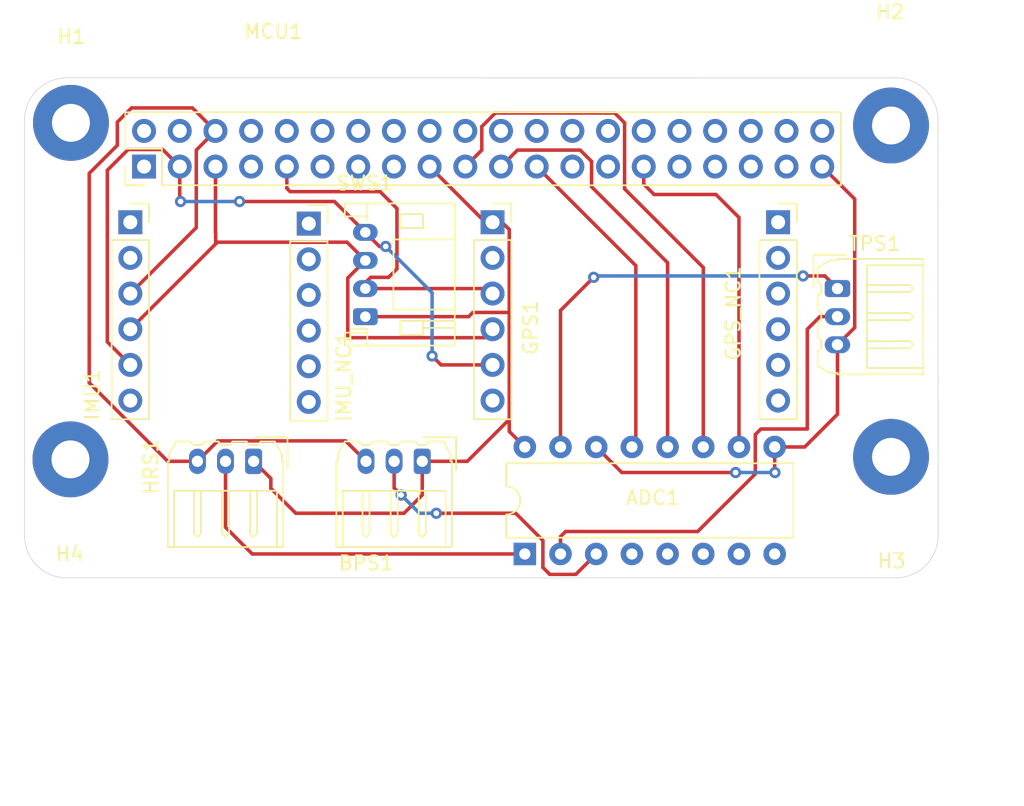
<source format=kicad_pcb>
(kicad_pcb (version 20211014) (generator pcbnew)
  (layers (0 "F.Cu" signal) (31 "B.Cu" signal) (34 "B.Paste" user) (35 "F.Paste" user) (36 "B.SilkS" user "B.Silkscreen") (37 "F.SilkS" user "F.Silkscreen") (38 "B.Mask" user) (39 "F.Mask" user) (44 "Edge.Cuts" user))
  (net 0 "")
  (net 1 "Net-(ADC1-Pad1)")
  (net 2 "Net-(ADC1-Pad2)")
  (net 3 "Net-(ADC1-Pad3)")
  (net 9 "GND")
  (net 10 "Net-(ADC1-Pad10)")
  (net 11 "Net-(ADC1-Pad11)")
  (net 12 "Net-(ADC1-Pad12)")
  (net 13 "Net-(ADC1-Pad13)")
  (net 14 "+3V3")
  (net 16 "Net-(GPS1-Pad4)")
  (net 17 "Net-(GPS1-Pad5)")
  (net 33 "+5V")
  (footprint "MountingHole:MountingHole_2.7mm_M2.5_Pad" (layer "F.Cu") (at 123.2662 107.1626)
    (fp_text reference "H4" (at -0.0662 6.7374) (layer "F.SilkS"))
    (fp_text value "MountingHole")
    (pad "1" thru_hole circle (at 0 0) (size 5.4 5.4) (drill 2.7) (layers *.Cu *.Mask))
  )
  (footprint "Connector_Molex:Molex_Micro-Latch_53254-0370_1x03_P2.00mm_Horizontal" (layer "F.Cu") (at 136.3 107.3 180)
    (fp_text reference "HRS1" (at 7.3 -0.4 90) (layer "F.SilkS"))
    (fp_text value "Conn_01x03_Female")
    (fp_line (start 3.7 1.16) (end 4.3 1.16) (layer "F.SilkS") (width 0.12))
    (fp_line (start -1.66 -2.1) (end 5.66 -2.1) (layer "F.SilkS") (width 0.12))
    (fp_line (start -2.11 -6.11) (end 2 -6.11) (layer "F.SilkS") (width 0.12))
    (fp_line (start -0.25 -5.15) (end 0 -5.4) (layer "F.SilkS") (width 0.12))
    (fp_line (start -2.01 0) (end -2.11 0) (layer "F.SilkS") (width 0.12))
    (fp_line (start 3.75 -5.15) (end 4 -5.4) (layer "F.SilkS") (width 0.12))
    (fp_line (start 1.5 1.41) (end 1.7 1.16) (layer "F.SilkS") (width 0.12))
    (fp_line (start 0.25 -5.15) (end 0.25 -2.1) (layer "F.SilkS") (width 0.12))
    (fp_line (start 3.5 1.41) (end 3.7 1.16) (layer "F.SilkS") (width 0.12))
    (fp_line (start -1.51 1.41) (end -2.01 0.5) (layer "F.SilkS") (width 0.12))
    (fp_line (start 0 -5.4) (end 0.25 -5.15) (layer "F.SilkS") (width 0.12))
    (fp_line (start 6.11 -6.11) (end 2 -6.11) (layer "F.SilkS") (width 0.12))
    (fp_line (start 2 -5.4) (end 2.25 -5.15) (layer "F.SilkS") (width 0.12))
    (fp_line (start 6.11 0) (end 6.11 -6.11) (layer "F.SilkS") (width 0.12))
    (fp_line (start 5.66 -2.1) (end 5.66 -6.11) (layer "F.SilkS") (width 0.12))
    (fp_line (start -0.3 1.16) (end 0.3 1.16) (layer "F.SilkS") (width 0.12))
    (fp_line (start -2.01 0.5) (end -2.01 0) (layer "F.SilkS") (width 0.12))
    (fp_line (start 1.75 -2.1) (end 1.75 -5.15) (layer "F.SilkS") (width 0.12))
    (fp_line (start 4.5 1.41) (end 5.51 1.41) (layer "F.SilkS") (width 0.12))
    (fp_line (start 2.3 1.16) (end 2.5 1.41) (layer "F.SilkS") (width 0.12))
    (fp_line (start 0.3 1.16) (end 0.5 1.41) (layer "F.SilkS") (width 0.12))
    (fp_line (start 3.75 -2.1) (end 3.75 -5.15) (layer "F.SilkS") (width 0.12))
    (fp_line (start -0.5 1.41) (end -1.51 1.41) (layer "F.SilkS") (width 0.12))
    (fp_line (start -2.41 1.71) (end -2.41 -0.59) (layer "F.SilkS") (width 0.12))
    (fp_line (start 0.5 1.41) (end 1.5 1.41) (layer "F.SilkS") (width 0.12))
    (fp_line (start 6.01 0.5) (end 6.01 0) (layer "F.SilkS") (width 0.12))
    (fp_line (start 2.25 -5.15) (end 2.25 -2.1) (layer "F.SilkS") (width 0.12))
    (fp_line (start 4.25 -5.15) (end 4.25 -2.1) (layer "F.SilkS") (width 0.12))
    (fp_line (start 2.5 1.41) (end 3.5 1.41) (layer "F.SilkS") (width 0.12))
    (fp_line (start -0.11 1.71) (end -2.41 1.71) (layer "F.SilkS") (width 0.12))
    (fp_line (start 1.7 1.16) (end 2.3 1.16) (layer "F.SilkS") (width 0.12))
    (fp_line (start 4 -5.4) (end 4.25 -5.15) (layer "F.SilkS") (width 0.12))
    (fp_line (start -2.11 0) (end -2.11 -6.11) (layer "F.SilkS") (width 0.12))
    (fp_line (start -1.66 -6.11) (end -1.66 -2.1) (layer "F.SilkS") (width 0.12))
    (fp_line (start 6.01 0) (end 6.11 0) (layer "F.SilkS") (width 0.12))
    (fp_line (start 5.51 1.41) (end 6.01 0.5) (layer "F.SilkS") (width 0.12))
    (fp_line (start -0.25 -2.1) (end -0.25 -5.15) (layer "F.SilkS") (width 0.12))
    (fp_line (start 1.75 -5.15) (end 2 -5.4) (layer "F.SilkS") (width 0.12))
    (fp_line (start -0.3 1.16) (end -0.5 1.41) (layer "F.SilkS") (width 0.12))
    (fp_line (start 4.3 1.16) (end 4.5 1.41) (layer "F.SilkS") (width 0.12))
    (pad "1" thru_hole roundrect (at 0 0 180) (size 1.2 1.8) (drill 0.8) (layers *.Cu *.Mask) (roundrect_rratio 0.208333) (net 14 "+3V3"))
    (pad "2" thru_hole oval (at 2 0 180) (size 1.2 1.8) (drill 0.8) (layers *.Cu *.Mask) (net 1 "Net-(ADC1-Pad1)"))
    (pad "3" thru_hole oval (at 4 0 180) (size 1.2 1.8) (drill 0.8) (layers *.Cu *.Mask) (net 9 "GND"))
  )
  (footprint "Connector_PinSocket_2.54mm:PinSocket_1x06_P2.54mm_Vertical" (layer "F.Cu") (at 173.625 90.275)
    (fp_text reference "GPS_NC1" (at -3.2 6.5 90) (layer "F.SilkS"))
    (fp_text value "Conn_01x06_Female")
    (fp_line (start 1.33 1.27) (end 1.33 14.03) (layer "F.SilkS") (width 0.12))
    (fp_line (start 0 -1.33) (end 1.33 -1.33) (layer "F.SilkS") (width 0.12))
    (fp_line (start -1.33 1.27) (end 1.33 1.27) (layer "F.SilkS") (width 0.12))
    (fp_line (start -1.33 1.27) (end -1.33 14.03) (layer "F.SilkS") (width 0.12))
    (fp_line (start -1.33 14.03) (end 1.33 14.03) (layer "F.SilkS") (width 0.12))
    (fp_line (start 1.33 -1.33) (end 1.33 0) (layer "F.SilkS") (width 0.12))
    (pad "1" thru_hole rect (at 0 0) (size 1.7 1.7) (drill 1) (layers *.Cu *.Mask))
    (pad "2" thru_hole oval (at 0 2.54) (size 1.7 1.7) (drill 1) (layers *.Cu *.Mask))
    (pad "3" thru_hole oval (at 0 5.08) (size 1.7 1.7) (drill 1) (layers *.Cu *.Mask))
    (pad "4" thru_hole oval (at 0 7.62) (size 1.7 1.7) (drill 1) (layers *.Cu *.Mask))
    (pad "5" thru_hole oval (at 0 10.16) (size 1.7 1.7) (drill 1) (layers *.Cu *.Mask))
    (pad "6" thru_hole oval (at 0 12.7) (size 1.7 1.7) (drill 1) (layers *.Cu *.Mask))
  )
  (footprint "Connector_PinSocket_2.54mm:PinSocket_1x06_P2.54mm_Vertical" (layer "F.Cu") (at 127.525 90.275)
    (fp_text reference "IMU1" (at -2.7 12.3 90) (layer "F.SilkS"))
    (fp_text value "Conn_01x06_Female")
    (fp_line (start 1.33 -1.33) (end 1.33 0) (layer "F.SilkS") (width 0.12))
    (fp_line (start -1.33 14.03) (end 1.33 14.03) (layer "F.SilkS") (width 0.12))
    (fp_line (start 1.33 1.27) (end 1.33 14.03) (layer "F.SilkS") (width 0.12))
    (fp_line (start -1.33 1.27) (end -1.33 14.03) (layer "F.SilkS") (width 0.12))
    (fp_line (start 0 -1.33) (end 1.33 -1.33) (layer "F.SilkS") (width 0.12))
    (fp_line (start -1.33 1.27) (end 1.33 1.27) (layer "F.SilkS") (width 0.12))
    (pad "1" thru_hole rect (at 0 0) (size 1.7 1.7) (drill 1) (layers *.Cu *.Mask) (net 14 "+3V3"))
    (pad "2" thru_hole oval (at 0 2.54) (size 1.7 1.7) (drill 1) (layers *.Cu *.Mask))
    (pad "3" thru_hole oval (at 0 5.08) (size 1.7 1.7) (drill 1) (layers *.Cu *.Mask) (net 9 "GND"))
    (pad "4" thru_hole oval (at 0 7.62) (size 1.7 1.7) (drill 1) (layers *.Cu *.Mask) (net 16 "Net-(GPS1-Pad4)"))
    (pad "5" thru_hole oval (at 0 10.16) (size 1.7 1.7) (drill 1) (layers *.Cu *.Mask) (net 17 "Net-(GPS1-Pad5)"))
    (pad "6" thru_hole oval (at 0 12.7) (size 1.7 1.7) (drill 1) (layers *.Cu *.Mask))
  )
  (footprint "MountingHole:MountingHole_2.7mm_M2.5_Pad" (layer "F.Cu") (at 181.6608 106.9848)
    (fp_text reference "H3" (at 0.0392 7.4152) (layer "F.SilkS"))
    (fp_text value "MountingHole")
    (pad "1" thru_hole circle (at 0 0) (size 5.4 5.4) (drill 2.7) (layers *.Cu *.Mask))
  )
  (footprint "Connector_PinHeader_2.54mm:PinHeader_2x20_P2.54mm_Vertical" (layer "F.Cu") (at 128.5036 86.3142 90)
    (fp_text reference "MCU1" (at 9.6142 9.1964 180) (layer "F.SilkS"))
    (fp_text value "Raspberry_Pi_0_W")
    (fp_line (start 1.27 1.27) (end 1.27 -1.33) (layer "F.SilkS") (width 0.12))
    (fp_line (start 3.87 -1.33) (end 3.87 49.59) (layer "F.SilkS") (width 0.12))
    (fp_line (start -1.33 -1.33) (end 0 -1.33) (layer "F.SilkS") (width 0.12))
    (fp_line (start -1.33 1.27) (end 1.27 1.27) (layer "F.SilkS") (width 0.12))
    (fp_line (start -1.33 1.27) (end -1.33 49.59) (layer "F.SilkS") (width 0.12))
    (fp_line (start -1.33 0) (end -1.33 -1.33) (layer "F.SilkS") (width 0.12))
    (fp_line (start -1.33 49.59) (end 3.87 49.59) (layer "F.SilkS") (width 0.12))
    (fp_line (start 1.27 -1.33) (end 3.87 -1.33) (layer "F.SilkS") (width 0.12))
    (pad "1" thru_hole rect (at 0 0 90) (size 1.7 1.7) (drill 1) (layers *.Cu *.Mask))
    (pad "2" thru_hole oval (at 2.54 0 90) (size 1.7 1.7) (drill 1) (layers *.Cu *.Mask) (net 33 "+5V"))
    (pad "3" thru_hole oval (at 0 2.54 90) (size 1.7 1.7) (drill 1) (layers *.Cu *.Mask) (net 17 "Net-(GPS1-Pad5)"))
    (pad "4" thru_hole oval (at 2.54 2.54 90) (size 1.7 1.7) (drill 1) (layers *.Cu *.Mask))
    (pad "5" thru_hole oval (at 0 5.08 90) (size 1.7 1.7) (drill 1) (layers *.Cu *.Mask) (net 16 "Net-(GPS1-Pad4)"))
    (pad "6" thru_hole oval (at 2.54 5.08 90) (size 1.7 1.7) (drill 1) (layers *.Cu *.Mask) (net 9 "GND"))
    (pad "7" thru_hole oval (at 0 7.62 90) (size 1.7 1.7) (drill 1) (layers *.Cu *.Mask))
    (pad "8" thru_hole oval (at 2.54 7.62 90) (size 1.7 1.7) (drill 1) (layers *.Cu *.Mask))
    (pad "9" thru_hole oval (at 0 10.16 90) (size 1.7 1.7) (drill 1) (layers *.Cu *.Mask) (net 9 "GND"))
    (pad "10" thru_hole oval (at 2.54 10.16 90) (size 1.7 1.7) (drill 1) (layers *.Cu *.Mask))
    (pad "11" thru_hole oval (at 0 12.7 90) (size 1.7 1.7) (drill 1) (layers *.Cu *.Mask))
    (pad "12" thru_hole oval (at 2.54 12.7 90) (size 1.7 1.7) (drill 1) (layers *.Cu *.Mask))
    (pad "13" thru_hole oval (at 0 15.24 90) (size 1.7 1.7) (drill 1) (layers *.Cu *.Mask))
    (pad "14" thru_hole oval (at 2.54 15.24 90) (size 1.7 1.7) (drill 1) (layers *.Cu *.Mask) (net 9 "GND"))
    (pad "15" thru_hole oval (at 0 17.78 90) (size 1.7 1.7) (drill 1) (layers *.Cu *.Mask))
    (pad "16" thru_hole oval (at 2.54 17.78 90) (size 1.7 1.7) (drill 1) (layers *.Cu *.Mask))
    (pad "17" thru_hole oval (at 0 20.32 90) (size 1.7 1.7) (drill 1) (layers *.Cu *.Mask) (net 14 "+3V3"))
    (pad "18" thru_hole oval (at 2.54 20.32 90) (size 1.7 1.7) (drill 1) (layers *.Cu *.Mask))
    (pad "19" thru_hole oval (at 0 22.86 90) (size 1.7 1.7) (drill 1) (layers *.Cu *.Mask) (net 11 "Net-(ADC1-Pad11)"))
    (pad "20" thru_hole oval (at 2.54 22.86 90) (size 1.7 1.7) (drill 1) (layers *.Cu *.Mask) (net 9 "GND"))
    (pad "21" thru_hole oval (at 0 25.4 90) (size 1.7 1.7) (drill 1) (layers *.Cu *.Mask) (net 12 "Net-(ADC1-Pad12)"))
    (pad "22" thru_hole oval (at 2.54 25.4 90) (size 1.7 1.7) (drill 1) (layers *.Cu *.Mask))
    (pad "23" thru_hole oval (at 0 27.94 90) (size 1.7 1.7) (drill 1) (layers *.Cu *.Mask) (net 13 "Net-(ADC1-Pad13)"))
    (pad "24" thru_hole oval (at 2.54 27.94 90) (size 1.7 1.7) (drill 1) (layers *.Cu *.Mask))
    (pad "25" thru_hole oval (at 0 30.48 90) (size 1.7 1.7) (drill 1) (layers *.Cu *.Mask) (net 9 "GND"))
    (pad "26" thru_hole oval (at 2.54 30.48 90) (size 1.7 1.7) (drill 1) (layers *.Cu *.Mask))
    (pad "27" thru_hole oval (at 0 33.02 90) (size 1.7 1.7) (drill 1) (layers *.Cu *.Mask))
    (pad "28" thru_hole oval (at 2.54 33.02 90) (size 1.7 1.7) (drill 1) (layers *.Cu *.Mask))
    (pad "29" thru_hole oval (at 0 35.56 90) (size 1.7 1.7) (drill 1) (layers *.Cu *.Mask) (net 10 "Net-(ADC1-Pad10)"))
    (pad "30" thru_hole oval (at 2.54 35.56 90) (size 1.7 1.7) (drill 1) (layers *.Cu *.Mask) (net 9 "GND"))
    (pad "31" thru_hole oval (at 0 38.1 90) (size 1.7 1.7) (drill 1) (layers *.Cu *.Mask))
    (pad "32" thru_hole oval (at 2.54 38.1 90) (size 1.7 1.7) (drill 1) (layers *.Cu *.Mask))
    (pad "33" thru_hole oval (at 0 40.64 90) (size 1.7 1.7) (drill 1) (layers *.Cu *.Mask))
    (pad "34" thru_hole oval (at 2.54 40.64 90) (size 1.7 1.7) (drill 1) (layers *.Cu *.Mask) (net 9 "GND"))
    (pad "35" thru_hole oval (at 0 43.18 90) (size 1.7 1.7) (drill 1) (layers *.Cu *.Mask))
    (pad "36" thru_hole oval (at 2.54 43.18 90) (size 1.7 1.7) (drill 1) (layers *.Cu *.Mask))
    (pad "37" thru_hole oval (at 0 45.72 90) (size 1.7 1.7) (drill 1) (layers *.Cu *.Mask))
    (pad "38" thru_hole oval (at 2.54 45.72 90) (size 1.7 1.7) (drill 1) (layers *.Cu *.Mask))
    (pad "39" thru_hole oval (at 0 48.26 90) (size 1.7 1.7) (drill 1) (layers *.Cu *.Mask) (net 9 "GND"))
    (pad "40" thru_hole oval (at 2.54 48.26 90) (size 1.7 1.7) (drill 1) (layers *.Cu *.Mask))
  )
  (footprint "MountingHole:MountingHole_2.7mm_M2.5_Pad" (layer "F.Cu") (at 123.3 83.2)
    (fp_text reference "H1" (at 0.029 -6.1406) (layer "F.SilkS"))
    (fp_text value "MountingHole")
    (pad "1" thru_hole circle (at 0 0) (size 5.4 5.4) (drill 2.7) (layers *.Cu *.Mask))
  )
  (footprint "Connector_Molex:Molex_Micro-Latch_53254-0370_1x03_P2.00mm_Horizontal" (layer "F.Cu") (at 177.85 95 -90)
    (fp_text reference "TPS1" (at -3.2 -2.65 -180) (layer "F.SilkS"))
    (fp_text value "Conn_01x03_Female")
    (fp_line (start 3.75 -2.1) (end 3.75 -5.15) (layer "F.SilkS") (width 0.12))
    (fp_line (start 0.5 1.41) (end 1.5 1.41) (layer "F.SilkS") (width 0.12))
    (fp_line (start 3.5 1.41) (end 3.7 1.16) (layer "F.SilkS") (width 0.12))
    (fp_line (start 6.01 0) (end 6.11 0) (layer "F.SilkS") (width 0.12))
    (fp_line (start -0.11 1.71) (end -2.41 1.71) (layer "F.SilkS") (width 0.12))
    (fp_line (start 4.25 -5.15) (end 4.25 -2.1) (layer "F.SilkS") (width 0.12))
    (fp_line (start 2 -5.4) (end 2.25 -5.15) (layer "F.SilkS") (width 0.12))
    (fp_line (start -0.25 -5.15) (end 0 -5.4) (layer "F.SilkS") (width 0.12))
    (fp_line (start 4.3 1.16) (end 4.5 1.41) (layer "F.SilkS") (width 0.12))
    (fp_line (start 1.5 1.41) (end 1.7 1.16) (layer "F.SilkS") (width 0.12))
    (fp_line (start -1.66 -2.1) (end 5.66 -2.1) (layer "F.SilkS") (width 0.12))
    (fp_line (start -1.51 1.41) (end -2.01 0.5) (layer "F.SilkS") (width 0.12))
    (fp_line (start 3.75 -5.15) (end 4 -5.4) (layer "F.SilkS") (width 0.12))
    (fp_line (start 4 -5.4) (end 4.25 -5.15) (layer "F.SilkS") (width 0.12))
    (fp_line (start 2.25 -5.15) (end 2.25 -2.1) (layer "F.SilkS") (width 0.12))
    (fp_line (start 3.7 1.16) (end 4.3 1.16) (layer "F.SilkS") (width 0.12))
    (fp_line (start 0 -5.4) (end 0.25 -5.15) (layer "F.SilkS") (width 0.12))
    (fp_line (start 1.7 1.16) (end 2.3 1.16) (layer "F.SilkS") (width 0.12))
    (fp_line (start 1.75 -2.1) (end 1.75 -5.15) (layer "F.SilkS") (width 0.12))
    (fp_line (start 2.3 1.16) (end 2.5 1.41) (layer "F.SilkS") (width 0.12))
    (fp_line (start 1.75 -5.15) (end 2 -5.4) (layer "F.SilkS") (width 0.12))
    (fp_line (start -2.11 -6.11) (end 2 -6.11) (layer "F.SilkS") (width 0.12))
    (fp_line (start -2.01 0) (end -2.11 0) (layer "F.SilkS") (width 0.12))
    (fp_line (start -2.41 1.71) (end -2.41 -0.59) (layer "F.SilkS") (width 0.12))
    (fp_line (start 0.25 -5.15) (end 0.25 -2.1) (layer "F.SilkS") (width 0.12))
    (fp_line (start 6.11 -6.11) (end 2 -6.11) (layer "F.SilkS") (width 0.12))
    (fp_line (start 6.11 0) (end 6.11 -6.11) (layer "F.SilkS") (width 0.12))
    (fp_line (start 4.5 1.41) (end 5.51 1.41) (layer "F.SilkS") (width 0.12))
    (fp_line (start 0.3 1.16) (end 0.5 1.41) (layer "F.SilkS") (width 0.12))
    (fp_line (start -0.3 1.16) (end 0.3 1.16) (layer "F.SilkS") (width 0.12))
    (fp_line (start -2.01 0.5) (end -2.01 0) (layer "F.SilkS") (width 0.12))
    (fp_line (start 5.51 1.41) (end 6.01 0.5) (layer "F.SilkS") (width 0.12))
    (fp_line (start -0.3 1.16) (end -0.5 1.41) (layer "F.SilkS") (width 0.12))
    (fp_line (start -0.5 1.41) (end -1.51 1.41) (layer "F.SilkS") (width 0.12))
    (fp_line (start 5.66 -2.1) (end 5.66 -6.11) (layer "F.SilkS") (width 0.12))
    (fp_line (start 6.01 0.5) (end 6.01 0) (layer "F.SilkS") (width 0.12))
    (fp_line (start 2.5 1.41) (end 3.5 1.41) (layer "F.SilkS") (width 0.12))
    (fp_line (start -2.11 0) (end -2.11 -6.11) (layer "F.SilkS") (width 0.12))
    (fp_line (start -0.25 -2.1) (end -0.25 -5.15) (layer "F.SilkS") (width 0.12))
    (fp_line (start -1.66 -6.11) (end -1.66 -2.1) (layer "F.SilkS") (width 0.12))
    (pad "1" thru_hole roundrect (at 0 0 270) (size 1.2 1.8) (drill 0.8) (layers *.Cu *.Mask) (roundrect_rratio 0.208333) (net 14 "+3V3"))
    (pad "2" thru_hole oval (at 2 0 270) (size 1.2 1.8) (drill 0.8) (layers *.Cu *.Mask) (net 2 "Net-(ADC1-Pad2)"))
    (pad "3" thru_hole oval (at 4 0 270) (size 1.2 1.8) (drill 0.8) (layers *.Cu *.Mask) (net 9 "GND"))
  )
  (footprint "Connector_Molex:Molex_Micro-Latch_53254-0370_1x03_P2.00mm_Horizontal" (layer "F.Cu") (at 148.3 107.3 180)
    (fp_text reference "BPS1" (at 4 -7.25) (layer "F.SilkS"))
    (fp_text value "Conn_01x03_Female")
    (fp_line (start 6.01 0) (end 6.11 0) (layer "F.SilkS") (width 0.12))
    (fp_line (start 2.3 1.16) (end 2.5 1.41) (layer "F.SilkS") (width 0.12))
    (fp_line (start -2.11 -6.11) (end 2 -6.11) (layer "F.SilkS") (width 0.12))
    (fp_line (start 0.25 -5.15) (end 0.25 -2.1) (layer "F.SilkS") (width 0.12))
    (fp_line (start 5.51 1.41) (end 6.01 0.5) (layer "F.SilkS") (width 0.12))
    (fp_line (start 3.7 1.16) (end 4.3 1.16) (layer "F.SilkS") (width 0.12))
    (fp_line (start -0.3 1.16) (end 0.3 1.16) (layer "F.SilkS") (width 0.12))
    (fp_line (start 6.01 0.5) (end 6.01 0) (layer "F.SilkS") (width 0.12))
    (fp_line (start -1.66 -2.1) (end 5.66 -2.1) (layer "F.SilkS") (width 0.12))
    (fp_line (start -2.11 0) (end -2.11 -6.11) (layer "F.SilkS") (width 0.12))
    (fp_line (start -0.25 -5.15) (end 0 -5.4) (layer "F.SilkS") (width 0.12))
    (fp_line (start 3.5 1.41) (end 3.7 1.16) (layer "F.SilkS") (width 0.12))
    (fp_line (start 2.5 1.41) (end 3.5 1.41) (layer "F.SilkS") (width 0.12))
    (fp_line (start 4.3 1.16) (end 4.5 1.41) (layer "F.SilkS") (width 0.12))
    (fp_line (start 6.11 0) (end 6.11 -6.11) (layer "F.SilkS") (width 0.12))
    (fp_line (start 1.75 -5.15) (end 2 -5.4) (layer "F.SilkS") (width 0.12))
    (fp_line (start 0 -5.4) (end 0.25 -5.15) (layer "F.SilkS") (width 0.12))
    (fp_line (start 1.5 1.41) (end 1.7 1.16) (layer "F.SilkS") (width 0.12))
    (fp_line (start -0.25 -2.1) (end -0.25 -5.15) (layer "F.SilkS") (width 0.12))
    (fp_line (start -2.01 0) (end -2.11 0) (layer "F.SilkS") (width 0.12))
    (fp_line (start 2 -5.4) (end 2.25 -5.15) (layer "F.SilkS") (width 0.12))
    (fp_line (start 1.75 -2.1) (end 1.75 -5.15) (layer "F.SilkS") (width 0.12))
    (fp_line (start 6.11 -6.11) (end 2 -6.11) (layer "F.SilkS") (width 0.12))
    (fp_line (start -1.51 1.41) (end -2.01 0.5) (layer "F.SilkS") (width 0.12))
    (fp_line (start 4.25 -5.15) (end 4.25 -2.1) (layer "F.SilkS") (width 0.12))
    (fp_line (start 4.5 1.41) (end 5.51 1.41) (layer "F.SilkS") (width 0.12))
    (fp_line (start 0.3 1.16) (end 0.5 1.41) (layer "F.SilkS") (width 0.12))
    (fp_line (start 5.66 -2.1) (end 5.66 -6.11) (layer "F.SilkS") (width 0.12))
    (fp_line (start 3.75 -2.1) (end 3.75 -5.15) (layer "F.SilkS") (width 0.12))
    (fp_line (start -0.5 1.41) (end -1.51 1.41) (layer "F.SilkS") (width 0.12))
    (fp_line (start -2.01 0.5) (end -2.01 0) (layer "F.SilkS") (width 0.12))
    (fp_line (start -2.41 1.71) (end -2.41 -0.59) (layer "F.SilkS") (width 0.12))
    (fp_line (start 3.75 -5.15) (end 4 -5.4) (layer "F.SilkS") (width 0.12))
    (fp_line (start -0.3 1.16) (end -0.5 1.41) (layer "F.SilkS") (width 0.12))
    (fp_line (start 0.5 1.41) (end 1.5 1.41) (layer "F.SilkS") (width 0.12))
    (fp_line (start 4 -5.4) (end 4.25 -5.15) (layer "F.SilkS") (width 0.12))
    (fp_line (start 1.7 1.16) (end 2.3 1.16) (layer "F.SilkS") (width 0.12))
    (fp_line (start -0.11 1.71) (end -2.41 1.71) (layer "F.SilkS") (width 0.12))
    (fp_line (start 2.25 -5.15) (end 2.25 -2.1) (layer "F.SilkS") (width 0.12))
    (fp_line (start -1.66 -6.11) (end -1.66 -2.1) (layer "F.SilkS") (width 0.12))
    (pad "1" thru_hole roundrect (at 0 0 180) (size 1.2 1.8) (drill 0.8) (layers *.Cu *.Mask) (roundrect_rratio 0.208333) (net 14 "+3V3"))
    (pad "2" thru_hole oval (at 2 0 180) (size 1.2 1.8) (drill 0.8) (layers *.Cu *.Mask) (net 3 "Net-(ADC1-Pad3)"))
    (pad "3" thru_hole oval (at 4 0 180) (size 1.2 1.8) (drill 0.8) (layers *.Cu *.Mask) (net 9 "GND"))
  )
  (footprint "Connector_PinSocket_2.54mm:PinSocket_1x06_P2.54mm_Vertical" (layer "F.Cu") (at 140.225 90.375)
    (fp_text reference "IMU_NC1" (at 2.5 10.9 90) (layer "F.SilkS"))
    (fp_text value "Conn_01x06_Female")
    (fp_line (start 1.33 1.27) (end 1.33 14.03) (layer "F.SilkS") (width 0.12))
    (fp_line (start -1.33 1.27) (end -1.33 14.03) (layer "F.SilkS") (width 0.12))
    (fp_line (start 1.33 -1.33) (end 1.33 0) (layer "F.SilkS") (width 0.12))
    (fp_line (start -1.33 14.03) (end 1.33 14.03) (layer "F.SilkS") (width 0.12))
    (fp_line (start -1.33 1.27) (end 1.33 1.27) (layer "F.SilkS") (width 0.12))
    (fp_line (start 0 -1.33) (end 1.33 -1.33) (layer "F.SilkS") (width 0.12))
    (pad "1" thru_hole rect (at 0 0) (size 1.7 1.7) (drill 1) (layers *.Cu *.Mask))
    (pad "2" thru_hole oval (at 0 2.54) (size 1.7 1.7) (drill 1) (layers *.Cu *.Mask))
    (pad "3" thru_hole oval (at 0 5.08) (size 1.7 1.7) (drill 1) (layers *.Cu *.Mask))
    (pad "4" thru_hole oval (at 0 7.62) (size 1.7 1.7) (drill 1) (layers *.Cu *.Mask))
    (pad "5" thru_hole oval (at 0 10.16) (size 1.7 1.7) (drill 1) (layers *.Cu *.Mask))
    (pad "6" thru_hole oval (at 0 12.7) (size 1.7 1.7) (drill 1) (layers *.Cu *.Mask))
  )
  (footprint "Connector_JST:JST_PH_S4B-PH-K_1x04_P2.00mm_Horizontal" (layer "F.Cu") (at 144.25 97 90)
    (fp_text reference "SWS1" (at 9.5106 -0.0504) (layer "F.SilkS"))
    (fp_text value "Conn_01x04_Female")
    (fp_line (start -0.3 4.1) (end -0.3 6.36) (layer "F.SilkS") (width 0.12))
    (fp_line (start 7.3 4.1) (end 6.3 4.1) (layer "F.SilkS") (width 0.12))
    (fp_line (start -1.3 2.5) (end -1.3 4.1) (layer "F.SilkS") (width 0.12))
    (fp_line (start 8.06 -1.46) (end 7.14 -1.46) (layer "F.SilkS") (width 0.12))
    (fp_line (start 7.14 -1.46) (end 7.14 0.14) (layer "F.SilkS") (width 0.12))
    (fp_line (start -1.14 0.14) (end -1.14 -1.46) (layer "F.SilkS") (width 0.12))
    (fp_line (start -0.86 0.14) (end -1.14 0.14) (layer "F.SilkS") (width 0.12))
    (fp_line (start -2.06 0.14) (end -1.14 0.14) (layer "F.SilkS") (width 0.12))
    (fp_line (start -2.06 -1.46) (end -2.06 6.36) (layer "F.SilkS") (width 0.12))
    (fp_line (start -0.8 4.1) (end -0.8 6.36) (layer "F.SilkS") (width 0.12))
    (fp_line (start -1.14 -1.46) (end -2.06 -1.46) (layer "F.SilkS") (width 0.12))
    (fp_line (start 7.14 0.14) (end 6.86 0.14) (layer "F.SilkS") (width 0.12))
    (fp_line (start -0.86 0.14) (end -0.86 -1.075) (layer "F.SilkS") (width 0.12))
    (fp_line (start 8.06 0.14) (end 7.14 0.14) (layer "F.SilkS") (width 0.12))
    (fp_line (start -2.06 6.36) (end 8.06 6.36) (layer "F.SilkS") (width 0.12))
    (fp_line (start 8.06 6.36) (end 8.06 -1.46) (layer "F.SilkS") (width 0.12))
    (fp_line (start 6.3 4.1) (end 6.3 2.5) (layer "F.SilkS") (width 0.12))
    (fp_line (start 7.3 2.5) (end 7.3 4.1) (layer "F.SilkS") (width 0.12))
    (fp_line (start -0.3 4.1) (end -0.3 2.5) (layer "F.SilkS") (width 0.12))
    (fp_line (start -1.3 4.1) (end -0.3 4.1) (layer "F.SilkS") (width 0.12))
    (fp_line (start 0.5 2) (end 5.5 2) (layer "F.SilkS") (width 0.12))
    (fp_line (start 0.5 6.36) (end 0.5 2) (layer "F.SilkS") (width 0.12))
    (fp_line (start 5.5 2) (end 5.5 6.36) (layer "F.SilkS") (width 0.12))
    (fp_line (start -0.3 2.5) (end -1.3 2.5) (layer "F.SilkS") (width 0.12))
    (fp_line (start 6.3 2.5) (end 7.3 2.5) (layer "F.SilkS") (width 0.12))
    (pad "1" thru_hole roundrect (at 0 0 90) (size 1.2 1.75) (drill 0.75) (layers *.Cu *.Mask) (roundrect_rratio 0.208333) (net 14 "+3V3"))
    (pad "2" thru_hole oval (at 2 0 90) (size 1.2 1.75) (drill 0.75) (layers *.Cu *.Mask) (net 9 "GND"))
    (pad "3" thru_hole oval (at 4 0 90) (size 1.2 1.75) (drill 0.75) (layers *.Cu *.Mask) (net 16 "Net-(GPS1-Pad4)"))
    (pad "4" thru_hole oval (at 6 0 90) (size 1.2 1.75) (drill 0.75) (layers *.Cu *.Mask) (net 17 "Net-(GPS1-Pad5)"))
  )
  (footprint "Connector_PinSocket_2.54mm:PinSocket_1x06_P2.54mm_Vertical" (layer "F.Cu") (at 153.305 90.275)
    (fp_text reference "GPS1" (at 2.7 7.5 90) (layer "F.SilkS"))
    (fp_text value "Conn_01x06_Female")
    (fp_line (start 1.33 -1.33) (end 1.33 0) (layer "F.SilkS") (width 0.12))
    (fp_line (start 0 -1.33) (end 1.33 -1.33) (layer "F.SilkS") (width 0.12))
    (fp_line (start -1.33 1.27) (end 1.33 1.27) (layer "F.SilkS") (width 0.12))
    (fp_line (start 1.33 1.27) (end 1.33 14.03) (layer "F.SilkS") (width 0.12))
    (fp_line (start -1.33 14.03) (end 1.33 14.03) (layer "F.SilkS") (width 0.12))
    (fp_line (start -1.33 1.27) (end -1.33 14.03) (layer "F.SilkS") (width 0.12))
    (pad "1" thru_hole rect (at 0 0) (size 1.7 1.7) (drill 1) (layers *.Cu *.Mask) (net 14 "+3V3"))
    (pad "2" thru_hole oval (at 0 2.54) (size 1.7 1.7) (drill 1) (layers *.Cu *.Mask))
    (pad "3" thru_hole oval (at 0 5.08) (size 1.7 1.7) (drill 1) (layers *.Cu *.Mask) (net 9 "GND"))
    (pad "4" thru_hole oval (at 0 7.62) (size 1.7 1.7) (drill 1) (layers *.Cu *.Mask) (net 16 "Net-(GPS1-Pad4)"))
    (pad "5" thru_hole oval (at 0 10.16) (size 1.7 1.7) (drill 1) (layers *.Cu *.Mask) (net 17 "Net-(GPS1-Pad5)"))
    (pad "6" thru_hole oval (at 0 12.7) (size 1.7 1.7) (drill 1) (layers *.Cu *.Mask))
  )
  (footprint "MountingHole:MountingHole_2.7mm_M2.5_Pad" (layer "F.Cu") (at 181.6608 83.3882)
    (fp_text reference "H2" (at -0.0608 -8.0882) (layer "F.SilkS"))
    (fp_text value "MountingHole")
    (pad "1" thru_hole circle (at 0 0) (size 5.4 5.4) (drill 2.7) (layers *.Cu *.Mask))
  )
  (footprint "Package_DIP:DIP-16_W7.62mm" (layer "F.Cu") (at 155.6 113.9 90)
    (fp_text reference "ADC1" (at 4 9.1) (layer "F.SilkS"))
    (fp_text value "MCP3008")
    (fp_line (start 2.81 -1.33) (end 1.16 -1.33) (layer "F.SilkS") (width 0.12))
    (fp_line (start 1.16 19.11) (end 6.46 19.11) (layer "F.SilkS") (width 0.12))
    (fp_line (start 6.46 -1.33) (end 4.81 -1.33) (layer "F.SilkS") (width 0.12))
    (fp_line (start 1.16 -1.33) (end 1.16 19.11) (layer "F.SilkS") (width 0.12))
    (fp_line (start 6.46 19.11) (end 6.46 -1.33) (layer "F.SilkS") (width 0.12))
    (fp_arc (start 4.81 -1.33) (mid 3.81 -0.33) (end 2.81 -1.33) (layer "F.SilkS") (width 0.12))
    (pad "1" thru_hole rect (at 0 0 90) (size 1.6 1.6) (drill 0.8) (layers *.Cu *.Mask) (net 1 "Net-(ADC1-Pad1)"))
    (pad "2" thru_hole oval (at 0 2.54 90) (size 1.6 1.6) (drill 0.8) (layers *.Cu *.Mask) (net 2 "Net-(ADC1-Pad2)"))
    (pad "3" thru_hole oval (at 0 5.08 90) (size 1.6 1.6) (drill 0.8) (layers *.Cu *.Mask) (net 3 "Net-(ADC1-Pad3)"))
    (pad "4" thru_hole oval (at 0 7.62 90) (size 1.6 1.6) (drill 0.8) (layers *.Cu *.Mask))
    (pad "5" thru_hole oval (at 0 10.16 90) (size 1.6 1.6) (drill 0.8) (layers *.Cu *.Mask))
    (pad "6" thru_hole oval (at 0 12.7 90) (size 1.6 1.6) (drill 0.8) (layers *.Cu *.Mask))
    (pad "7" thru_hole oval (at 0 15.24 90) (size 1.6 1.6) (drill 0.8) (layers *.Cu *.Mask))
    (pad "8" thru_hole oval (at 0 17.78 90) (size 1.6 1.6) (drill 0.8) (layers *.Cu *.Mask))
    (pad "9" thru_hole oval (at 7.62 17.78 90) (size 1.6 1.6) (drill 0.8) (layers *.Cu *.Mask) (net 9 "GND"))
    (pad "10" thru_hole oval (at 7.62 15.24 90) (size 1.6 1.6) (drill 0.8) (layers *.Cu *.Mask) (net 10 "Net-(ADC1-Pad10)"))
    (pad "11" thru_hole oval (at 7.62 12.7 90) (size 1.6 1.6) (drill 0.8) (layers *.Cu *.Mask) (net 11 "Net-(ADC1-Pad11)"))
    (pad "12" thru_hole oval (at 7.62 10.16 90) (size 1.6 1.6) (drill 0.8) (layers *.Cu *.Mask) (net 12 "Net-(ADC1-Pad12)"))
    (pad "13" thru_hole oval (at 7.62 7.62 90) (size 1.6 1.6) (drill 0.8) (layers *.Cu *.Mask) (net 13 "Net-(ADC1-Pad13)"))
    (pad "14" thru_hole oval (at 7.62 5.08 90) (size 1.6 1.6) (drill 0.8) (layers *.Cu *.Mask) (net 9 "GND"))
    (pad "15" thru_hole oval (at 7.62 2.54 90) (size 1.6 1.6) (drill 0.8) (layers *.Cu *.Mask) (net 14 "+3V3"))
    (pad "16" thru_hole oval (at 7.62 0 90) (size 1.6 1.6) (drill 0.8) (layers *.Cu *.Mask) (net 14 "+3V3"))
  )
  (gr_arc (start 119.99992 82.99492) (mid 120.878594 80.873594) (end 122.99992 79.99492) (layer "Edge.Cuts") (width 0.05))
  (gr_line (start 122.99992 79.99492) (end 182.00526 79.99574) (layer "Edge.Cuts") (width 0.05))
  (gr_arc (start 185.009899 112.5774) (mid 184.1246 114.714701) (end 181.987299 115.6) (layer "Edge.Cuts") (width 0.05))
  (gr_arc (start 182.00526 79.99574) (mid 184.1246 80.8736) (end 185.00246 82.99294) (layer "Edge.Cuts") (width 0.05))
  (gr_line (start 120.00074 112.6028) (end 119.99992 82.99492) (layer "Edge.Cuts") (width 0.05))
  (gr_line (start 181.987299 115.6) (end 122.99794 115.6) (layer "Edge.Cuts") (width 0.05))
  (gr_arc (start 122.99794 115.6) (mid 120.878588 114.722152) (end 120.00074 112.6028) (layer "Edge.Cuts") (width 0.05))
  (gr_line (start 185.00246 82.99294) (end 185.009899 112.5774) (layer "Edge.Cuts") (width 0.05))
  (segment (start 134.3 112) (end 134.3 107.3) (width 0.25) (layer "F.Cu") (net 1))
  (segment (start 155.6 113.9) (end 136.2 113.9) (width 0.25) (layer "F.Cu") (net 1))
  (segment (start 136.2 113.9) (end 134.3 112) (width 0.25) (layer "F.Cu") (net 1))
  (segment (start 172 108.2) (end 167.9 112.3) (width 0.25) (layer "F.Cu") (net 2))
  (segment (start 172.4 105) (end 172 105.4) (width 0.25) (layer "F.Cu") (net 2))
  (segment (start 176.6 97) (end 175.7 97.9) (width 0.25) (layer "F.Cu") (net 2))
  (segment (start 158.14 112.66) (end 158.14 113.9) (width 0.25) (layer "F.Cu") (net 2))
  (segment (start 167.9 112.3) (end 158.5 112.3) (width 0.25) (layer "F.Cu") (net 2))
  (segment (start 175.7 105) (end 172.4 105) (width 0.25) (layer "F.Cu") (net 2))
  (segment (start 175.7 97.9) (end 175.7 105) (width 0.25) (layer "F.Cu") (net 2))
  (segment (start 158.5 112.3) (end 158.14 112.66) (width 0.25) (layer "F.Cu") (net 2))
  (segment (start 172 105.4) (end 172 108.2) (width 0.25) (layer "F.Cu") (net 2))
  (segment (start 177.85 97) (end 176.6 97) (width 0.25) (layer "F.Cu") (net 2))
  (segment (start 154.948602 111) (end 149.3 111) (width 0.25) (layer "F.Cu") (net 3))
  (segment (start 146.3 109.2) (end 146.3 107.3) (width 0.25) (layer "F.Cu") (net 3))
  (segment (start 146.8 109.7) (end 146.3 109.2) (width 0.25) (layer "F.Cu") (net 3))
  (segment (start 156.886801 112.938199) (end 154.948602 111) (width 0.25) (layer "F.Cu") (net 3))
  (segment (start 156.886801 114.861801) (end 156.886801 112.938199) (width 0.25) (layer "F.Cu") (net 3))
  (segment (start 159.226399 115.353601) (end 157.378601 115.353601) (width 0.25) (layer "F.Cu") (net 3))
  (segment (start 157.378601 115.353601) (end 156.886801 114.861801) (width 0.25) (layer "F.Cu") (net 3))
  (segment (start 160.68 113.9) (end 159.226399 115.353601) (width 0.25) (layer "F.Cu") (net 3))
  (via (at 149.3 111) (size 0.8) (drill 0.4) (layers "F.Cu" "B.Cu") (net 3))
  (via (at 146.8 109.7) (size 0.8) (drill 0.4) (layers "F.Cu" "B.Cu") (net 3))
  (segment (start 148.1 111) (end 146.8 109.7) (width 0.25) (layer "B.Cu") (net 3))
  (segment (start 149.3 111) (end 148.1 111) (width 0.25) (layer "B.Cu") (net 3))
  (segment (start 126.6 84.8) (end 124.6 86.8) (width 0.25) (layer "F.Cu") (net 9))
  (segment (start 133.753601 105.846399) (end 142.846399 105.846399) (width 0.25) (layer "F.Cu") (net 9))
  (segment (start 144.633148 94.2) (end 145.9 94.2) (width 0.25) (layer "F.Cu") (net 9))
  (segment (start 173.38 108.08) (end 173.4 108.1) (width 0.25) (layer "F.Cu") (net 9))
  (segment (start 138.6636 87.8636) (end 138.6636 86.3142) (width 0.25) (layer "F.Cu") (net 9))
  (segment (start 132.3 107.3) (end 133.753601 105.846399) (width 0.25) (layer "F.Cu") (net 9))
  (segment (start 173.38 106.28) (end 173.38 108.08) (width 0.25) (layer "F.Cu") (net 9))
  (segment (start 124.6 101.711701) (end 130.188299 107.3) (width 0.25) (layer "F.Cu") (net 9))
  (segment (start 162.5 108.1) (end 160.68 106.28) (width 0.25) (layer "F.Cu") (net 9))
  (segment (start 142.846399 105.846399) (end 144.3 107.3) (width 0.25) (layer "F.Cu") (net 9))
  (segment (start 170.6 108.1) (end 162.5 108.1) (width 0.25) (layer "F.Cu") (net 9))
  (segment (start 126.6 83.146356) (end 126.6 84.8) (width 0.25) (layer "F.Cu") (net 9))
  (segment (start 144.25 94.583148) (end 144.633148 94.2) (width 0.25) (layer "F.Cu") (net 9))
  (segment (start 133.5836 83.7742) (end 131.947157 82.137757) (width 0.25) (layer "F.Cu") (net 9))
  (segment (start 127.525 95.355) (end 132.2186 90.6614) (width 0.25) (layer "F.Cu") (net 9))
  (segment (start 145.9 94.2) (end 146.5 93.6) (width 0.25) (layer "F.Cu") (net 9))
  (segment (start 146.5 93.6) (end 146.5 89.3) (width 0.25) (layer "F.Cu") (net 9))
  (segment (start 132.2186 90.6614) (end 132.2186 85.1392) (width 0.25) (layer "F.Cu") (net 9))
  (segment (start 130.188299 107.3) (end 132.3 107.3) (width 0.25) (layer "F.Cu") (net 9))
  (segment (start 124.6 86.8) (end 124.6 101.711701) (width 0.25) (layer "F.Cu") (net 9))
  (segment (start 132.2186 85.1392) (end 133.5836 83.7742) (width 0.25) (layer "F.Cu") (net 9))
  (segment (start 145.3 88.1) (end 138.9 88.1) (width 0.25) (layer "F.Cu") (net 9))
  (segment (start 144.25 95) (end 144.25 94.583148) (width 0.25) (layer "F.Cu") (net 9))
  (segment (start 138.9 88.1) (end 138.6636 87.8636) (width 0.25) (layer "F.Cu") (net 9))
  (segment (start 127.525 95.355) (end 127.039578 94.869578) (width 0.25) (layer "F.Cu") (net 9))
  (segment (start 131.947157 82.137757) (end 127.608599 82.137757) (width 0.25) (layer "F.Cu") (net 9))
  (segment (start 152.95 95) (end 153.305 95.355) (width 0.25) (layer "F.Cu") (net 9))
  (segment (start 146.5 89.3) (end 145.3 88.1) (width 0.25) (layer "F.Cu") (net 9))
  (segment (start 179.075 88.6256) (end 176.7636 86.3142) (width 0.25) (layer "F.Cu") (net 9))
  (segment (start 127.525 95.355) (end 127.525 94.715499) (width 0.25) (layer "F.Cu") (net 9))
  (segment (start 173.38 106.28) (end 175.52 106.28) (width 0.25) (layer "F.Cu") (net 9))
  (segment (start 179.075 97.775) (end 179.075 88.6256) (width 0.25) (layer "F.Cu") (net 9))
  (segment (start 175.52 106.28) (end 177.85 103.95) (width 0.25) (layer "F.Cu") (net 9))
  (segment (start 144.25 95) (end 152.95 95) (width 0.25) (layer "F.Cu") (net 9))
  (segment (start 177.85 99) (end 179.075 97.775) (width 0.25) (layer "F.Cu") (net 9))
  (segment (start 127.608599 82.137757) (end 126.6 83.146356) (width 0.25) (layer "F.Cu") (net 9))
  (segment (start 177.85 103.95) (end 177.85 99) (width 0.25) (layer "F.Cu") (net 9))
  (via (at 170.6 108.1) (size 0.8) (drill 0.4) (layers "F.Cu" "B.Cu") (net 9))
  (via (at 173.4 108.1) (size 0.8) (drill 0.4) (layers "F.Cu" "B.Cu") (net 9))
  (segment (start 173.4 108.1) (end 170.6 108.1) (width 0.25) (layer "B.Cu") (net 9))
  (segment (start 170.84 106.28) (end 170.84 89.94) (width 0.25) (layer "F.Cu") (net 10))
  (segment (start 164.8 88.3) (end 164.0636 87.5636) (width 0.25) (layer "F.Cu") (net 10))
  (segment (start 164.0636 87.5636) (end 164.0636 86.3142) (width 0.25) (layer "F.Cu") (net 10))
  (segment (start 169.2 88.3) (end 164.8 88.3) (width 0.25) (layer "F.Cu") (net 10))
  (segment (start 170.84 89.94) (end 169.2 88.3) (width 0.25) (layer "F.Cu") (net 10))
  (segment (start 162.7 87.9) (end 168.3 93.5) (width 0.25) (layer "F.Cu") (net 11))
  (segment (start 168.3 93.5) (end 168.3 106.28) (width 0.25) (layer "F.Cu") (net 11))
  (segment (start 162 82.5) (end 162.7 83.2) (width 0.25) (layer "F.Cu") (net 11))
  (segment (start 151.3636 86.3142) (end 152.5386 85.1392) (width 0.25) (layer "F.Cu") (net 11))
  (segment (start 162.7 83.2) (end 162.7 87.9) (width 0.25) (layer "F.Cu") (net 11))
  (segment (start 152.5386 83.4614) (end 153.5 82.5) (width 0.25) (layer "F.Cu") (net 11))
  (segment (start 152.5386 85.1392) (end 152.5386 83.4614) (width 0.25) (layer "F.Cu") (net 11))
  (segment (start 153.5 82.5) (end 162 82.5) (width 0.25) (layer "F.Cu") (net 11))
  (segment (start 160.3486 85.9486) (end 160.3486 87.7486) (width 0.25) (layer "F.Cu") (net 12))
  (segment (start 165.76 93.16) (end 165.76 106.28) (width 0.25) (layer "F.Cu") (net 12))
  (segment (start 153.9036 86.3142) (end 155.0786 85.1392) (width 0.25) (layer "F.Cu") (net 12))
  (segment (start 159.5392 85.1392) (end 160.3486 85.9486) (width 0.25) (layer "F.Cu") (net 12))
  (segment (start 155.0786 85.1392) (end 159.5392 85.1392) (width 0.25) (layer "F.Cu") (net 12))
  (segment (start 153.2142 86.3142) (end 153.9036 86.3142) (width 0.25) (layer "F.Cu") (net 12))
  (segment (start 160.3486 87.7486) (end 165.76 93.16) (width 0.25) (layer "F.Cu") (net 12))
  (segment (start 163.5 93.3706) (end 163.5 106) (width 0.25) (layer "F.Cu") (net 13))
  (segment (start 156.4436 86.3142) (end 163.5 93.3706) (width 0.25) (layer "F.Cu") (net 13))
  (segment (start 163.5 106) (end 163.22 106.28) (width 0.25) (layer "F.Cu") (net 13))
  (segment (start 137.525 109.225) (end 139.3 111) (width 0.25) (layer "F.Cu") (net 14))
  (segment (start 154.491444 104.32) (end 154.491444 96.7) (width 0.25) (layer "F.Cu") (net 14))
  (segment (start 176.95 94.1) (end 177.85 95) (width 0.25) (layer "F.Cu") (net 14))
  (segment (start 154.491444 90.791444) (end 153.975 90.275) (width 0.25) (layer "F.Cu") (net 14))
  (segment (start 158.14 106.28) (end 158.14 96.56) (width 0.25) (layer "F.Cu") (net 14))
  (segment (start 136.3 107.3) (end 137.525 108.525) (width 0.25) (layer "F.Cu") (net 14))
  (segment (start 151.9 96.7) (end 154.491444 96.7) (width 0.25) (layer "F.Cu") (net 14))
  (segment (start 137.525 108.525) (end 137.525 109.225) (width 0.25) (layer "F.Cu") (net 14))
  (segment (start 152.7844 90.275) (end 153.305 90.275) (width 0.25) (layer "F.Cu") (net 14))
  (segment (start 154.491444 96.7) (end 154.491444 90.791444) (width 0.25) (layer "F.Cu") (net 14))
  (segment (start 158.14 96.56) (end 160.5 94.2) (width 0.25) (layer "F.Cu") (net 14))
  (segment (start 148.3 107.3) (end 151.511444 107.3) (width 0.25) (layer "F.Cu") (net 14))
  (segment (start 147 111) (end 148.3 109.7) (width 0.25) (layer "F.Cu") (net 14))
  (segment (start 175.4 94.1) (end 176.95 94.1) (width 0.25) (layer "F.Cu") (net 14))
  (segment (start 148.3 109.7) (end 148.3 107.3) (width 0.25) (layer "F.Cu") (net 14))
  (segment (start 154.491444 105.171444) (end 154.491444 104.32) (width 0.25) (layer "F.Cu") (net 14))
  (segment (start 151.511444 107.3) (end 154.491444 104.32) (width 0.25) (layer "F.Cu") (net 14))
  (segment (start 139.3 111) (end 147 111) (width 0.25) (layer "F.Cu") (net 14))
  (segment (start 144.25 97) (end 151.6 97) (width 0.25) (layer "F.Cu") (net 14))
  (segment (start 151.6 97) (end 151.9 96.7) (width 0.25) (layer "F.Cu") (net 14))
  (segment (start 148.8236 86.3142) (end 152.7844 90.275) (width 0.25) (layer "F.Cu") (net 14))
  (segment (start 153.975 90.275) (end 153.305 90.275) (width 0.25) (layer "F.Cu") (net 14))
  (segment (start 155.6 106.28) (end 154.491444 105.171444) (width 0.25) (layer "F.Cu") (net 14))
  (via (at 160.5 94.2) (size 0.8) (drill 0.4) (layers "F.Cu" "B.Cu") (net 14))
  (via (at 175.4 94.1) (size 0.8) (drill 0.4) (layers "F.Cu" "B.Cu") (net 14))
  (segment (start 160.5 94.2) (end 160.6 94.1) (width 0.25) (layer "B.Cu") (net 14))
  (segment (start 160.6 94.1) (end 175.4 94.1) (width 0.25) (layer "B.Cu") (net 14))
  (segment (start 133.6 91.82) (end 133.6 91) (width 0.25) (layer "F.Cu") (net 16))
  (segment (start 143 94.25) (end 143 98.5) (width 0.25) (layer "F.Cu") (net 16))
  (segment (start 133.6 91.82) (end 133.72 91.7) (width 0.25) (layer "F.Cu") (net 16))
  (segment (start 142.95 91.7) (end 144.25 93) (width 0.25) (layer "F.Cu") (net 16))
  (segment (start 152.7 98.5) (end 153.305 97.895) (width 0.25) (layer "F.Cu") (net 16))
  (segment (start 133.72 91.7) (end 142.95 91.7) (width 0.25) (layer "F.Cu") (net 16))
  (segment (start 127.525 97.895) (end 133.6 91.82) (width 0.25) (layer "F.Cu") (net 16))
  (segment (start 144.25 93) (end 143 94.25) (width 0.25) (layer "F.Cu") (net 16))
  (segment (start 143 98.5) (end 152.7 98.5) (width 0.25) (layer "F.Cu") (net 16))
  (segment (start 133.6 91) (end 133.5836 90.9836) (width 0.25) (layer "F.Cu") (net 16))
  (segment (start 133.5836 90.9836) (end 133.5836 86.3142) (width 0.25) (layer "F.Cu") (net 16))
  (segment (start 125.888557 86.579243) (end 127.3678 85.1) (width 0.25) (layer "F.Cu") (net 17))
  (segment (start 144.25 91) (end 142.05 88.8) (width 0.25) (layer "F.Cu") (net 17))
  (segment (start 127.3678 85.1) (end 129.8294 85.1) (width 0.25) (layer "F.Cu") (net 17))
  (segment (start 142.05 88.8) (end 135.3 88.8) (width 0.25) (layer "F.Cu") (net 17))
  (segment (start 149.635 100.435) (end 149 99.8) (width 0.25) (layer "F.Cu") (net 17))
  (segment (start 153.305 100.435) (end 149.635 100.435) (width 0.25) (layer "F.Cu") (net 17))
  (segment (start 127.525 100.435) (end 125.888557 98.798557) (width 0.25) (layer "F.Cu") (net 17))
  (segment (start 145.7 92) (end 145.25 92) (width 0.25) (layer "F.Cu") (net 17))
  (segment (start 125.888557 98.798557) (end 125.888557 86.579243) (width 0.25) (layer "F.Cu") (net 17))
  (segment (start 131.1 88.8) (end 131.0436 88.7436) (width 0.25) (layer "F.Cu") (net 17))
  (segment (start 145.25 92) (end 144.25 91) (width 0.25) (layer "F.Cu") (net 17))
  (segment (start 129.8294 85.1) (end 131.0436 86.3142) (width 0.25) (layer "F.Cu") (net 17))
  (segment (start 130.9508 86.3142) (end 131.0436 86.3142) (width 0.25) (layer "F.Cu") (net 17))
  (segment (start 131.0436 88.7436) (end 131.0436 86.3142) (width 0.25) (layer "F.Cu") (net 17))
  (via (at 131.1 88.8) (size 0.8) (drill 0.4) (layers "F.Cu" "B.Cu") (net 17))
  (via (at 149 99.8) (size 0.8) (drill 0.4) (layers "F.Cu" "B.Cu") (net 17))
  (via (at 145.7 92) (size 0.8) (drill 0.4) (layers "F.Cu" "B.Cu") (net 17))
  (via (at 135.3 88.8) (size 0.8) (drill 0.4) (layers "F.Cu" "B.Cu") (net 17))
  (segment (start 149 95.3) (end 145.7 92) (width 0.25) (layer "B.Cu") (net 17))
  (segment (start 135.3 88.8) (end 131.1 88.8) (width 0.25) (layer "B.Cu") (net 17))
  (segment (start 149 99.8) (end 149 95.3) (width 0.25) (layer "B.Cu") (net 17))
)
</source>
